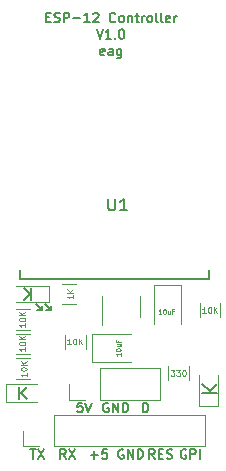
<source format=gbr>
G04 #@! TF.FileFunction,Legend,Top*
%FSLAX46Y46*%
G04 Gerber Fmt 4.6, Leading zero omitted, Abs format (unit mm)*
G04 Created by KiCad (PCBNEW 4.0.7) date 12/19/17 15:23:22*
%MOMM*%
%LPD*%
G01*
G04 APERTURE LIST*
%ADD10C,0.100000*%
%ADD11C,0.200000*%
%ADD12C,0.125000*%
%ADD13C,0.152400*%
%ADD14C,0.120000*%
%ADD15C,0.150000*%
G04 APERTURE END LIST*
D10*
D11*
X143256000Y-111379000D02*
X142748000Y-110871000D01*
X142875000Y-111379000D02*
X143256000Y-111379000D01*
X143256000Y-111379000D02*
X142875000Y-111379000D01*
X143256000Y-110998000D02*
X143256000Y-111379000D01*
X144018000Y-111379000D02*
X143637000Y-111379000D01*
X144018000Y-110998000D02*
X144018000Y-111379000D01*
X144018000Y-111379000D02*
X144018000Y-110998000D01*
X143510000Y-110871000D02*
X144018000Y-111379000D01*
X143612284Y-86553857D02*
X143878951Y-86553857D01*
X143993237Y-86972905D02*
X143612284Y-86972905D01*
X143612284Y-86172905D01*
X143993237Y-86172905D01*
X144297999Y-86934810D02*
X144412285Y-86972905D01*
X144602761Y-86972905D01*
X144678951Y-86934810D01*
X144717047Y-86896714D01*
X144755142Y-86820524D01*
X144755142Y-86744333D01*
X144717047Y-86668143D01*
X144678951Y-86630048D01*
X144602761Y-86591952D01*
X144450380Y-86553857D01*
X144374189Y-86515762D01*
X144336094Y-86477667D01*
X144297999Y-86401476D01*
X144297999Y-86325286D01*
X144336094Y-86249095D01*
X144374189Y-86211000D01*
X144450380Y-86172905D01*
X144640856Y-86172905D01*
X144755142Y-86211000D01*
X145097999Y-86972905D02*
X145097999Y-86172905D01*
X145402761Y-86172905D01*
X145478952Y-86211000D01*
X145517047Y-86249095D01*
X145555142Y-86325286D01*
X145555142Y-86439571D01*
X145517047Y-86515762D01*
X145478952Y-86553857D01*
X145402761Y-86591952D01*
X145097999Y-86591952D01*
X145897999Y-86668143D02*
X146507523Y-86668143D01*
X147307523Y-86972905D02*
X146850380Y-86972905D01*
X147078951Y-86972905D02*
X147078951Y-86172905D01*
X147002761Y-86287190D01*
X146926570Y-86363381D01*
X146850380Y-86401476D01*
X147612285Y-86249095D02*
X147650380Y-86211000D01*
X147726571Y-86172905D01*
X147917047Y-86172905D01*
X147993237Y-86211000D01*
X148031333Y-86249095D01*
X148069428Y-86325286D01*
X148069428Y-86401476D01*
X148031333Y-86515762D01*
X147574190Y-86972905D01*
X148069428Y-86972905D01*
X149478952Y-86896714D02*
X149440857Y-86934810D01*
X149326571Y-86972905D01*
X149250381Y-86972905D01*
X149136095Y-86934810D01*
X149059904Y-86858619D01*
X149021809Y-86782429D01*
X148983714Y-86630048D01*
X148983714Y-86515762D01*
X149021809Y-86363381D01*
X149059904Y-86287190D01*
X149136095Y-86211000D01*
X149250381Y-86172905D01*
X149326571Y-86172905D01*
X149440857Y-86211000D01*
X149478952Y-86249095D01*
X149936095Y-86972905D02*
X149859904Y-86934810D01*
X149821809Y-86896714D01*
X149783714Y-86820524D01*
X149783714Y-86591952D01*
X149821809Y-86515762D01*
X149859904Y-86477667D01*
X149936095Y-86439571D01*
X150050381Y-86439571D01*
X150126571Y-86477667D01*
X150164666Y-86515762D01*
X150202762Y-86591952D01*
X150202762Y-86820524D01*
X150164666Y-86896714D01*
X150126571Y-86934810D01*
X150050381Y-86972905D01*
X149936095Y-86972905D01*
X150545619Y-86439571D02*
X150545619Y-86972905D01*
X150545619Y-86515762D02*
X150583714Y-86477667D01*
X150659905Y-86439571D01*
X150774191Y-86439571D01*
X150850381Y-86477667D01*
X150888476Y-86553857D01*
X150888476Y-86972905D01*
X151155143Y-86439571D02*
X151459905Y-86439571D01*
X151269429Y-86172905D02*
X151269429Y-86858619D01*
X151307524Y-86934810D01*
X151383715Y-86972905D01*
X151459905Y-86972905D01*
X151726572Y-86972905D02*
X151726572Y-86439571D01*
X151726572Y-86591952D02*
X151764667Y-86515762D01*
X151802763Y-86477667D01*
X151878953Y-86439571D01*
X151955144Y-86439571D01*
X152336096Y-86972905D02*
X152259905Y-86934810D01*
X152221810Y-86896714D01*
X152183715Y-86820524D01*
X152183715Y-86591952D01*
X152221810Y-86515762D01*
X152259905Y-86477667D01*
X152336096Y-86439571D01*
X152450382Y-86439571D01*
X152526572Y-86477667D01*
X152564667Y-86515762D01*
X152602763Y-86591952D01*
X152602763Y-86820524D01*
X152564667Y-86896714D01*
X152526572Y-86934810D01*
X152450382Y-86972905D01*
X152336096Y-86972905D01*
X153059906Y-86972905D02*
X152983715Y-86934810D01*
X152945620Y-86858619D01*
X152945620Y-86172905D01*
X153478954Y-86972905D02*
X153402763Y-86934810D01*
X153364668Y-86858619D01*
X153364668Y-86172905D01*
X154088478Y-86934810D02*
X154012288Y-86972905D01*
X153859907Y-86972905D01*
X153783716Y-86934810D01*
X153745621Y-86858619D01*
X153745621Y-86553857D01*
X153783716Y-86477667D01*
X153859907Y-86439571D01*
X154012288Y-86439571D01*
X154088478Y-86477667D01*
X154126573Y-86553857D01*
X154126573Y-86630048D01*
X153745621Y-86706238D01*
X154469430Y-86972905D02*
X154469430Y-86439571D01*
X154469430Y-86591952D02*
X154507525Y-86515762D01*
X154545621Y-86477667D01*
X154621811Y-86439571D01*
X154698002Y-86439571D01*
X147878952Y-87572905D02*
X148145619Y-88372905D01*
X148412286Y-87572905D01*
X149098000Y-88372905D02*
X148640857Y-88372905D01*
X148869428Y-88372905D02*
X148869428Y-87572905D01*
X148793238Y-87687190D01*
X148717047Y-87763381D01*
X148640857Y-87801476D01*
X149440857Y-88296714D02*
X149478952Y-88334810D01*
X149440857Y-88372905D01*
X149402762Y-88334810D01*
X149440857Y-88296714D01*
X149440857Y-88372905D01*
X149974190Y-87572905D02*
X150050381Y-87572905D01*
X150126571Y-87611000D01*
X150164666Y-87649095D01*
X150202762Y-87725286D01*
X150240857Y-87877667D01*
X150240857Y-88068143D01*
X150202762Y-88220524D01*
X150164666Y-88296714D01*
X150126571Y-88334810D01*
X150050381Y-88372905D01*
X149974190Y-88372905D01*
X149898000Y-88334810D01*
X149859904Y-88296714D01*
X149821809Y-88220524D01*
X149783714Y-88068143D01*
X149783714Y-87877667D01*
X149821809Y-87725286D01*
X149859904Y-87649095D01*
X149898000Y-87611000D01*
X149974190Y-87572905D01*
X148526571Y-89734810D02*
X148450381Y-89772905D01*
X148298000Y-89772905D01*
X148221809Y-89734810D01*
X148183714Y-89658619D01*
X148183714Y-89353857D01*
X148221809Y-89277667D01*
X148298000Y-89239571D01*
X148450381Y-89239571D01*
X148526571Y-89277667D01*
X148564666Y-89353857D01*
X148564666Y-89430048D01*
X148183714Y-89506238D01*
X149250380Y-89772905D02*
X149250380Y-89353857D01*
X149212285Y-89277667D01*
X149136095Y-89239571D01*
X148983714Y-89239571D01*
X148907523Y-89277667D01*
X149250380Y-89734810D02*
X149174190Y-89772905D01*
X148983714Y-89772905D01*
X148907523Y-89734810D01*
X148869428Y-89658619D01*
X148869428Y-89582429D01*
X148907523Y-89506238D01*
X148983714Y-89468143D01*
X149174190Y-89468143D01*
X149250380Y-89430048D01*
X149974190Y-89239571D02*
X149974190Y-89887190D01*
X149936095Y-89963381D01*
X149898000Y-90001476D01*
X149821809Y-90039571D01*
X149707524Y-90039571D01*
X149631333Y-90001476D01*
X149974190Y-89734810D02*
X149898000Y-89772905D01*
X149745619Y-89772905D01*
X149669428Y-89734810D01*
X149631333Y-89696714D01*
X149593238Y-89620524D01*
X149593238Y-89391952D01*
X149631333Y-89315762D01*
X149669428Y-89277667D01*
X149745619Y-89239571D01*
X149898000Y-89239571D01*
X149974190Y-89277667D01*
D12*
X145704762Y-114272190D02*
X145419048Y-114272190D01*
X145561905Y-114272190D02*
X145561905Y-113772190D01*
X145514286Y-113843619D01*
X145466667Y-113891238D01*
X145419048Y-113915048D01*
X146014286Y-113772190D02*
X146061905Y-113772190D01*
X146109524Y-113796000D01*
X146133333Y-113819810D01*
X146157143Y-113867429D01*
X146180952Y-113962667D01*
X146180952Y-114081714D01*
X146157143Y-114176952D01*
X146133333Y-114224571D01*
X146109524Y-114248381D01*
X146061905Y-114272190D01*
X146014286Y-114272190D01*
X145966667Y-114248381D01*
X145942857Y-114224571D01*
X145919048Y-114176952D01*
X145895238Y-114081714D01*
X145895238Y-113962667D01*
X145919048Y-113867429D01*
X145942857Y-113819810D01*
X145966667Y-113796000D01*
X146014286Y-113772190D01*
X146395238Y-114272190D02*
X146395238Y-113772190D01*
X146680952Y-114272190D02*
X146466666Y-113986476D01*
X146680952Y-113772190D02*
X146395238Y-114057905D01*
D10*
X149913952Y-114982571D02*
X149913952Y-115211143D01*
X149913952Y-115096857D02*
X149513952Y-115096857D01*
X149571095Y-115134952D01*
X149609190Y-115173047D01*
X149628238Y-115211143D01*
X149513952Y-114734952D02*
X149513952Y-114696857D01*
X149533000Y-114658762D01*
X149552048Y-114639714D01*
X149590143Y-114620667D01*
X149666333Y-114601619D01*
X149761571Y-114601619D01*
X149837762Y-114620667D01*
X149875857Y-114639714D01*
X149894905Y-114658762D01*
X149913952Y-114696857D01*
X149913952Y-114734952D01*
X149894905Y-114773048D01*
X149875857Y-114792095D01*
X149837762Y-114811143D01*
X149761571Y-114830191D01*
X149666333Y-114830191D01*
X149590143Y-114811143D01*
X149552048Y-114792095D01*
X149533000Y-114773048D01*
X149513952Y-114734952D01*
X149647286Y-114258762D02*
X149913952Y-114258762D01*
X149647286Y-114430191D02*
X149856810Y-114430191D01*
X149894905Y-114411143D01*
X149913952Y-114373048D01*
X149913952Y-114315905D01*
X149894905Y-114277810D01*
X149875857Y-114258762D01*
X149704429Y-113934953D02*
X149704429Y-114068286D01*
X149913952Y-114068286D02*
X149513952Y-114068286D01*
X149513952Y-113877810D01*
X153368429Y-111686952D02*
X153139857Y-111686952D01*
X153254143Y-111686952D02*
X153254143Y-111286952D01*
X153216048Y-111344095D01*
X153177953Y-111382190D01*
X153139857Y-111401238D01*
X153616048Y-111286952D02*
X153654143Y-111286952D01*
X153692238Y-111306000D01*
X153711286Y-111325048D01*
X153730333Y-111363143D01*
X153749381Y-111439333D01*
X153749381Y-111534571D01*
X153730333Y-111610762D01*
X153711286Y-111648857D01*
X153692238Y-111667905D01*
X153654143Y-111686952D01*
X153616048Y-111686952D01*
X153577952Y-111667905D01*
X153558905Y-111648857D01*
X153539857Y-111610762D01*
X153520809Y-111534571D01*
X153520809Y-111439333D01*
X153539857Y-111363143D01*
X153558905Y-111325048D01*
X153577952Y-111306000D01*
X153616048Y-111286952D01*
X154092238Y-111420286D02*
X154092238Y-111686952D01*
X153920809Y-111420286D02*
X153920809Y-111629810D01*
X153939857Y-111667905D01*
X153977952Y-111686952D01*
X154035095Y-111686952D01*
X154073190Y-111667905D01*
X154092238Y-111648857D01*
X154416047Y-111477429D02*
X154282714Y-111477429D01*
X154282714Y-111686952D02*
X154282714Y-111286952D01*
X154473190Y-111286952D01*
D12*
X157134762Y-111605190D02*
X156849048Y-111605190D01*
X156991905Y-111605190D02*
X156991905Y-111105190D01*
X156944286Y-111176619D01*
X156896667Y-111224238D01*
X156849048Y-111248048D01*
X157444286Y-111105190D02*
X157491905Y-111105190D01*
X157539524Y-111129000D01*
X157563333Y-111152810D01*
X157587143Y-111200429D01*
X157610952Y-111295667D01*
X157610952Y-111414714D01*
X157587143Y-111509952D01*
X157563333Y-111557571D01*
X157539524Y-111581381D01*
X157491905Y-111605190D01*
X157444286Y-111605190D01*
X157396667Y-111581381D01*
X157372857Y-111557571D01*
X157349048Y-111509952D01*
X157325238Y-111414714D01*
X157325238Y-111295667D01*
X157349048Y-111200429D01*
X157372857Y-111152810D01*
X157396667Y-111129000D01*
X157444286Y-111105190D01*
X157825238Y-111605190D02*
X157825238Y-111105190D01*
X158110952Y-111605190D02*
X157896666Y-111319476D01*
X158110952Y-111105190D02*
X157825238Y-111390905D01*
X141958190Y-116677238D02*
X141958190Y-116962952D01*
X141958190Y-116820095D02*
X141458190Y-116820095D01*
X141529619Y-116867714D01*
X141577238Y-116915333D01*
X141601048Y-116962952D01*
X141458190Y-116367714D02*
X141458190Y-116320095D01*
X141482000Y-116272476D01*
X141505810Y-116248667D01*
X141553429Y-116224857D01*
X141648667Y-116201048D01*
X141767714Y-116201048D01*
X141862952Y-116224857D01*
X141910571Y-116248667D01*
X141934381Y-116272476D01*
X141958190Y-116320095D01*
X141958190Y-116367714D01*
X141934381Y-116415333D01*
X141910571Y-116439143D01*
X141862952Y-116462952D01*
X141767714Y-116486762D01*
X141648667Y-116486762D01*
X141553429Y-116462952D01*
X141505810Y-116439143D01*
X141482000Y-116415333D01*
X141458190Y-116367714D01*
X141958190Y-115986762D02*
X141458190Y-115986762D01*
X141958190Y-115701048D02*
X141672476Y-115915334D01*
X141458190Y-115701048D02*
X141743905Y-115986762D01*
X141831190Y-114518238D02*
X141831190Y-114803952D01*
X141831190Y-114661095D02*
X141331190Y-114661095D01*
X141402619Y-114708714D01*
X141450238Y-114756333D01*
X141474048Y-114803952D01*
X141331190Y-114208714D02*
X141331190Y-114161095D01*
X141355000Y-114113476D01*
X141378810Y-114089667D01*
X141426429Y-114065857D01*
X141521667Y-114042048D01*
X141640714Y-114042048D01*
X141735952Y-114065857D01*
X141783571Y-114089667D01*
X141807381Y-114113476D01*
X141831190Y-114161095D01*
X141831190Y-114208714D01*
X141807381Y-114256333D01*
X141783571Y-114280143D01*
X141735952Y-114303952D01*
X141640714Y-114327762D01*
X141521667Y-114327762D01*
X141426429Y-114303952D01*
X141378810Y-114280143D01*
X141355000Y-114256333D01*
X141331190Y-114208714D01*
X141831190Y-113827762D02*
X141331190Y-113827762D01*
X141831190Y-113542048D02*
X141545476Y-113756334D01*
X141331190Y-113542048D02*
X141616905Y-113827762D01*
X141831190Y-112486238D02*
X141831190Y-112771952D01*
X141831190Y-112629095D02*
X141331190Y-112629095D01*
X141402619Y-112676714D01*
X141450238Y-112724333D01*
X141474048Y-112771952D01*
X141331190Y-112176714D02*
X141331190Y-112129095D01*
X141355000Y-112081476D01*
X141378810Y-112057667D01*
X141426429Y-112033857D01*
X141521667Y-112010048D01*
X141640714Y-112010048D01*
X141735952Y-112033857D01*
X141783571Y-112057667D01*
X141807381Y-112081476D01*
X141831190Y-112129095D01*
X141831190Y-112176714D01*
X141807381Y-112224333D01*
X141783571Y-112248143D01*
X141735952Y-112271952D01*
X141640714Y-112295762D01*
X141521667Y-112295762D01*
X141426429Y-112271952D01*
X141378810Y-112248143D01*
X141355000Y-112224333D01*
X141331190Y-112176714D01*
X141831190Y-111795762D02*
X141331190Y-111795762D01*
X141831190Y-111510048D02*
X141545476Y-111724334D01*
X141331190Y-111510048D02*
X141616905Y-111795762D01*
D11*
X151809476Y-119995905D02*
X151809476Y-119195905D01*
X151999952Y-119195905D01*
X152114238Y-119234000D01*
X152190429Y-119310190D01*
X152228524Y-119386381D01*
X152266619Y-119538762D01*
X152266619Y-119653048D01*
X152228524Y-119805429D01*
X152190429Y-119881619D01*
X152114238Y-119957810D01*
X151999952Y-119995905D01*
X151809476Y-119995905D01*
X148869477Y-119234000D02*
X148793286Y-119195905D01*
X148679001Y-119195905D01*
X148564715Y-119234000D01*
X148488524Y-119310190D01*
X148450429Y-119386381D01*
X148412334Y-119538762D01*
X148412334Y-119653048D01*
X148450429Y-119805429D01*
X148488524Y-119881619D01*
X148564715Y-119957810D01*
X148679001Y-119995905D01*
X148755191Y-119995905D01*
X148869477Y-119957810D01*
X148907572Y-119919714D01*
X148907572Y-119653048D01*
X148755191Y-119653048D01*
X149250429Y-119995905D02*
X149250429Y-119195905D01*
X149707572Y-119995905D01*
X149707572Y-119195905D01*
X150088524Y-119995905D02*
X150088524Y-119195905D01*
X150279000Y-119195905D01*
X150393286Y-119234000D01*
X150469477Y-119310190D01*
X150507572Y-119386381D01*
X150545667Y-119538762D01*
X150545667Y-119653048D01*
X150507572Y-119805429D01*
X150469477Y-119881619D01*
X150393286Y-119957810D01*
X150279000Y-119995905D01*
X150088524Y-119995905D01*
D12*
X145895190Y-110089143D02*
X145895190Y-110374857D01*
X145895190Y-110232000D02*
X145395190Y-110232000D01*
X145466619Y-110279619D01*
X145514238Y-110327238D01*
X145538048Y-110374857D01*
X145895190Y-109874857D02*
X145395190Y-109874857D01*
X145895190Y-109589143D02*
X145609476Y-109803429D01*
X145395190Y-109589143D02*
X145680905Y-109874857D01*
X154170144Y-116439190D02*
X154479667Y-116439190D01*
X154313001Y-116629667D01*
X154384429Y-116629667D01*
X154432048Y-116653476D01*
X154455858Y-116677286D01*
X154479667Y-116724905D01*
X154479667Y-116843952D01*
X154455858Y-116891571D01*
X154432048Y-116915381D01*
X154384429Y-116939190D01*
X154241572Y-116939190D01*
X154193953Y-116915381D01*
X154170144Y-116891571D01*
X154646334Y-116439190D02*
X154955857Y-116439190D01*
X154789191Y-116629667D01*
X154860619Y-116629667D01*
X154908238Y-116653476D01*
X154932048Y-116677286D01*
X154955857Y-116724905D01*
X154955857Y-116843952D01*
X154932048Y-116891571D01*
X154908238Y-116915381D01*
X154860619Y-116939190D01*
X154717762Y-116939190D01*
X154670143Y-116915381D01*
X154646334Y-116891571D01*
X155265381Y-116439190D02*
X155313000Y-116439190D01*
X155360619Y-116463000D01*
X155384428Y-116486810D01*
X155408238Y-116534429D01*
X155432047Y-116629667D01*
X155432047Y-116748714D01*
X155408238Y-116843952D01*
X155384428Y-116891571D01*
X155360619Y-116915381D01*
X155313000Y-116939190D01*
X155265381Y-116939190D01*
X155217762Y-116915381D01*
X155193952Y-116891571D01*
X155170143Y-116843952D01*
X155146333Y-116748714D01*
X155146333Y-116629667D01*
X155170143Y-116534429D01*
X155193952Y-116486810D01*
X155217762Y-116463000D01*
X155265381Y-116439190D01*
D11*
X157480000Y-118237000D02*
X158115000Y-117602000D01*
X156845000Y-117602000D02*
X157480000Y-118237000D01*
X158115000Y-118364000D02*
X157607000Y-118364000D01*
X156845000Y-118364000D02*
X157988000Y-118364000D01*
X141478000Y-118364000D02*
X141986000Y-118872000D01*
X141986000Y-117856000D02*
X141478000Y-118364000D01*
X141478000Y-118364000D02*
X141986000Y-117856000D01*
X141351000Y-117856000D02*
X141351000Y-118872000D01*
X142367000Y-109474000D02*
X142367000Y-110490000D01*
X142240000Y-109982000D02*
X141732000Y-110490000D01*
X141732000Y-109474000D02*
X142240000Y-109982000D01*
X146659620Y-119195905D02*
X146278667Y-119195905D01*
X146240572Y-119576857D01*
X146278667Y-119538762D01*
X146354858Y-119500667D01*
X146545334Y-119500667D01*
X146621524Y-119538762D01*
X146659620Y-119576857D01*
X146697715Y-119653048D01*
X146697715Y-119843524D01*
X146659620Y-119919714D01*
X146621524Y-119957810D01*
X146545334Y-119995905D01*
X146354858Y-119995905D01*
X146278667Y-119957810D01*
X146240572Y-119919714D01*
X146926286Y-119195905D02*
X147192953Y-119995905D01*
X147459620Y-119195905D01*
X155448048Y-123171000D02*
X155371857Y-123132905D01*
X155257572Y-123132905D01*
X155143286Y-123171000D01*
X155067095Y-123247190D01*
X155029000Y-123323381D01*
X154990905Y-123475762D01*
X154990905Y-123590048D01*
X155029000Y-123742429D01*
X155067095Y-123818619D01*
X155143286Y-123894810D01*
X155257572Y-123932905D01*
X155333762Y-123932905D01*
X155448048Y-123894810D01*
X155486143Y-123856714D01*
X155486143Y-123590048D01*
X155333762Y-123590048D01*
X155829000Y-123932905D02*
X155829000Y-123132905D01*
X156133762Y-123132905D01*
X156209953Y-123171000D01*
X156248048Y-123209095D01*
X156286143Y-123285286D01*
X156286143Y-123399571D01*
X156248048Y-123475762D01*
X156209953Y-123513857D01*
X156133762Y-123551952D01*
X155829000Y-123551952D01*
X156629000Y-123932905D02*
X156629000Y-123132905D01*
X152793762Y-123932905D02*
X152527095Y-123551952D01*
X152336619Y-123932905D02*
X152336619Y-123132905D01*
X152641381Y-123132905D01*
X152717572Y-123171000D01*
X152755667Y-123209095D01*
X152793762Y-123285286D01*
X152793762Y-123399571D01*
X152755667Y-123475762D01*
X152717572Y-123513857D01*
X152641381Y-123551952D01*
X152336619Y-123551952D01*
X153136619Y-123513857D02*
X153403286Y-123513857D01*
X153517572Y-123932905D02*
X153136619Y-123932905D01*
X153136619Y-123132905D01*
X153517572Y-123132905D01*
X153822334Y-123894810D02*
X153936620Y-123932905D01*
X154127096Y-123932905D01*
X154203286Y-123894810D01*
X154241382Y-123856714D01*
X154279477Y-123780524D01*
X154279477Y-123704333D01*
X154241382Y-123628143D01*
X154203286Y-123590048D01*
X154127096Y-123551952D01*
X153974715Y-123513857D01*
X153898524Y-123475762D01*
X153860429Y-123437667D01*
X153822334Y-123361476D01*
X153822334Y-123285286D01*
X153860429Y-123209095D01*
X153898524Y-123171000D01*
X153974715Y-123132905D01*
X154165191Y-123132905D01*
X154279477Y-123171000D01*
X150139477Y-123171000D02*
X150063286Y-123132905D01*
X149949001Y-123132905D01*
X149834715Y-123171000D01*
X149758524Y-123247190D01*
X149720429Y-123323381D01*
X149682334Y-123475762D01*
X149682334Y-123590048D01*
X149720429Y-123742429D01*
X149758524Y-123818619D01*
X149834715Y-123894810D01*
X149949001Y-123932905D01*
X150025191Y-123932905D01*
X150139477Y-123894810D01*
X150177572Y-123856714D01*
X150177572Y-123590048D01*
X150025191Y-123590048D01*
X150520429Y-123932905D02*
X150520429Y-123132905D01*
X150977572Y-123932905D01*
X150977572Y-123132905D01*
X151358524Y-123932905D02*
X151358524Y-123132905D01*
X151549000Y-123132905D01*
X151663286Y-123171000D01*
X151739477Y-123247190D01*
X151777572Y-123323381D01*
X151815667Y-123475762D01*
X151815667Y-123590048D01*
X151777572Y-123742429D01*
X151739477Y-123818619D01*
X151663286Y-123894810D01*
X151549000Y-123932905D01*
X151358524Y-123932905D01*
X147396286Y-123628143D02*
X148005810Y-123628143D01*
X147701048Y-123932905D02*
X147701048Y-123323381D01*
X148767715Y-123132905D02*
X148386762Y-123132905D01*
X148348667Y-123513857D01*
X148386762Y-123475762D01*
X148462953Y-123437667D01*
X148653429Y-123437667D01*
X148729619Y-123475762D01*
X148767715Y-123513857D01*
X148805810Y-123590048D01*
X148805810Y-123780524D01*
X148767715Y-123856714D01*
X148729619Y-123894810D01*
X148653429Y-123932905D01*
X148462953Y-123932905D01*
X148386762Y-123894810D01*
X148348667Y-123856714D01*
X145281667Y-123932905D02*
X145015000Y-123551952D01*
X144824524Y-123932905D02*
X144824524Y-123132905D01*
X145129286Y-123132905D01*
X145205477Y-123171000D01*
X145243572Y-123209095D01*
X145281667Y-123285286D01*
X145281667Y-123399571D01*
X145243572Y-123475762D01*
X145205477Y-123513857D01*
X145129286Y-123551952D01*
X144824524Y-123551952D01*
X145548334Y-123132905D02*
X146081667Y-123932905D01*
X146081667Y-123132905D02*
X145548334Y-123932905D01*
X142265476Y-123132905D02*
X142722619Y-123132905D01*
X142494048Y-123932905D02*
X142494048Y-123132905D01*
X142913096Y-123132905D02*
X143446429Y-123932905D01*
X143446429Y-123132905D02*
X142913096Y-123932905D01*
D13*
X141387601Y-107933401D02*
X141387601Y-108695401D01*
X141387601Y-108695401D02*
X157389601Y-108695401D01*
X157389601Y-108695401D02*
X157389601Y-107933401D01*
D14*
X142271040Y-115103800D02*
X141071040Y-115103800D01*
X141071040Y-113343800D02*
X142271040Y-113343800D01*
X156553000Y-119456000D02*
X158153000Y-119456000D01*
X158153000Y-119456000D02*
X158153000Y-116856000D01*
X156553000Y-119456000D02*
X156553000Y-116856000D01*
X140223440Y-117581780D02*
X140223440Y-119181780D01*
X140223440Y-119181780D02*
X142823440Y-119181780D01*
X140223440Y-117581780D02*
X142823440Y-117581780D01*
X153290580Y-118929460D02*
X153290580Y-116269460D01*
X148150580Y-118929460D02*
X153290580Y-118929460D01*
X148150580Y-116269460D02*
X153290580Y-116269460D01*
X148150580Y-118929460D02*
X148150580Y-116269460D01*
X146880580Y-118929460D02*
X145550580Y-118929460D01*
X145550580Y-118929460D02*
X145550580Y-117599460D01*
X157032000Y-122889320D02*
X157032000Y-120229320D01*
X144272000Y-122889320D02*
X157032000Y-122889320D01*
X144272000Y-120229320D02*
X157032000Y-120229320D01*
X144272000Y-122889320D02*
X144272000Y-120229320D01*
X143002000Y-122889320D02*
X141672000Y-122889320D01*
X141672000Y-122889320D02*
X141672000Y-121559320D01*
X151556360Y-111938640D02*
X151556360Y-110138640D01*
X148336360Y-110138640D02*
X148336360Y-112588640D01*
X155013040Y-109261080D02*
X155013040Y-112511080D01*
X152713040Y-109261080D02*
X152713040Y-112511080D01*
X155013040Y-109261080D02*
X152713040Y-109261080D01*
X147528720Y-113424320D02*
X150778720Y-113424320D01*
X147528720Y-115724320D02*
X150778720Y-115724320D01*
X147528720Y-113424320D02*
X147528720Y-115724320D01*
X143877440Y-110692160D02*
X143877440Y-109292160D01*
X143877440Y-109292160D02*
X141077440Y-109292160D01*
X143877440Y-110692160D02*
X141077440Y-110692160D01*
X142286280Y-117191680D02*
X141086280Y-117191680D01*
X141086280Y-115431680D02*
X142286280Y-115431680D01*
X146180100Y-110874700D02*
X144980100Y-110874700D01*
X144980100Y-109114700D02*
X146180100Y-109114700D01*
X146970640Y-113425680D02*
X146970640Y-114625680D01*
X145210640Y-114625680D02*
X145210640Y-113425680D01*
X142286280Y-113015920D02*
X141086280Y-113015920D01*
X141086280Y-111255920D02*
X142286280Y-111255920D01*
X158360000Y-110779000D02*
X158360000Y-111979000D01*
X156600000Y-111979000D02*
X156600000Y-110779000D01*
X153958400Y-117297760D02*
X153958400Y-116097760D01*
X155718400Y-116097760D02*
X155718400Y-117297760D01*
D15*
X148880696Y-101924782D02*
X148880696Y-102734306D01*
X148928315Y-102829544D01*
X148975934Y-102877163D01*
X149071172Y-102924782D01*
X149261649Y-102924782D01*
X149356887Y-102877163D01*
X149404506Y-102829544D01*
X149452125Y-102734306D01*
X149452125Y-101924782D01*
X150452125Y-102924782D02*
X149880696Y-102924782D01*
X150166410Y-102924782D02*
X150166410Y-101924782D01*
X150071172Y-102067639D01*
X149975934Y-102162877D01*
X149880696Y-102210496D01*
M02*

</source>
